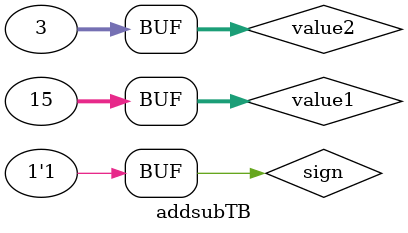
<source format=v>
`timescale 1ns/10ps
module addsubTB;

reg sign;
reg [31:0] value1;
reg [31:0] value2;

wire [31:0] result;

addsub addsub_instance(sign, value1, value2, result);

initial begin

sign <= 1;
value1 <= 32'b1111;
value2 <= 32'b11;
end

endmodule

</source>
